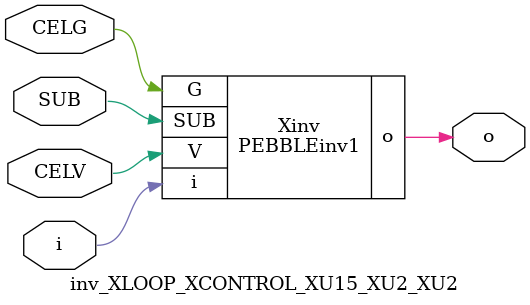
<source format=v>



module PEBBLEinv1 ( o, G, SUB, V, i );

  input V;
  input i;
  input G;
  output o;
  input SUB;
endmodule

//Celera Confidential Do Not Copy inv_XLOOP_XCONTROL_XU15_XU2_XU2
//Celera Confidential Symbol Generator
//5V Inverter
module inv_XLOOP_XCONTROL_XU15_XU2_XU2 (CELV,CELG,i,o,SUB);
input CELV;
input CELG;
input i;
input SUB;
output o;

//Celera Confidential Do Not Copy inv
PEBBLEinv1 Xinv(
.V (CELV),
.i (i),
.o (o),
.SUB (SUB),
.G (CELG)
);
//,diesize,PEBBLEinv1

//Celera Confidential Do Not Copy Module End
//Celera Schematic Generator
endmodule

</source>
